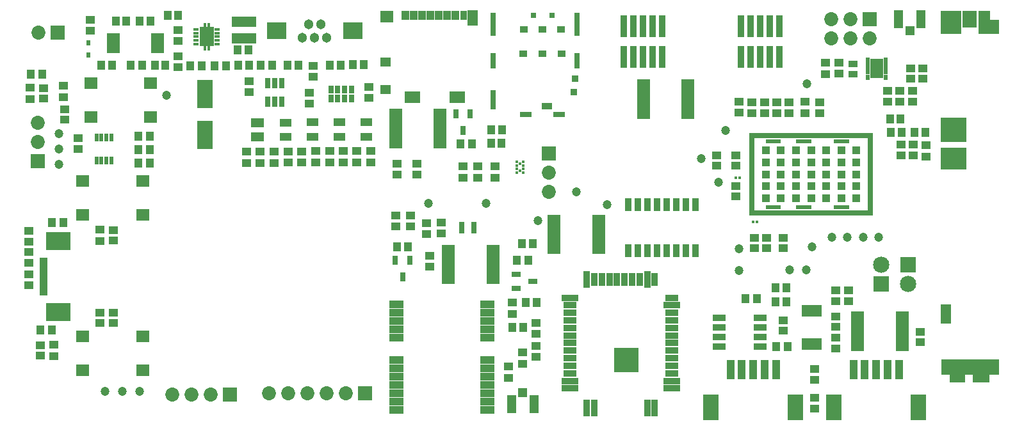
<source format=gts>
G04*
G04 #@! TF.GenerationSoftware,Altium Limited,Altium Designer,21.6.4 (81)*
G04*
G04 Layer_Color=8388736*
%FSLAX44Y44*%
%MOMM*%
G71*
G04*
G04 #@! TF.SameCoordinates,E4B945DB-FB87-47C5-857E-45FB9DAC6770*
G04*
G04*
G04 #@! TF.FilePolarity,Negative*
G04*
G01*
G75*
%ADD91R,1.1532X1.1032*%
%ADD92R,0.8032X0.4432*%
%ADD93R,1.8532X2.6032*%
%ADD94R,0.4532X0.8032*%
%ADD95R,1.1032X1.1532*%
%ADD96C,0.4532*%
%ADD97R,0.5032X0.7432*%
%ADD98R,1.2532X0.8032*%
%ADD99R,0.7432X0.5032*%
%ADD100C,1.2032*%
%ADD101R,1.6782X0.6532*%
%ADD102R,0.7032X1.0032*%
%ADD103R,1.9842X1.0032*%
%ADD104R,1.9842X1.0032*%
%ADD105R,0.9532X1.8032*%
%ADD106R,0.9432X2.9982*%
%ADD107R,0.9832X1.1932*%
%ADD108R,1.1932X0.9832*%
%ADD109R,1.7532X0.9482*%
%ADD110R,1.7532X0.8732*%
%ADD111R,0.6282X0.7182*%
%ADD112R,0.6282X0.4782*%
%ADD113R,1.1032X0.9032*%
%ADD114R,0.9032X0.9032*%
%ADD115R,1.4032X0.8532*%
%ADD116R,0.6532X3.1032*%
%ADD117R,0.6532X2.1032*%
%ADD118R,0.9532X0.9032*%
%ADD119R,1.6032X0.7032*%
%ADD120R,0.6532X2.6032*%
%ADD121R,0.8032X0.8032*%
%ADD122R,1.0032X1.0032*%
%ADD123R,0.5032X0.5032*%
%ADD124R,0.7432X0.7432*%
%ADD125R,0.8032X1.2532*%
%ADD126R,3.2032X3.2332*%
%ADD127R,0.9032X2.2032*%
%ADD128R,2.2032X0.9032*%
%ADD129R,1.7032X0.9032*%
%ADD130R,0.9032X1.7032*%
%ADD131R,0.4572X0.4572*%
%ADD132R,1.2032X1.2532*%
%ADD133R,1.2532X2.4032*%
%ADD134R,1.7532X1.5532*%
%ADD135R,1.4032X1.2032*%
%ADD136R,2.1032X1.5532*%
%ADD137R,1.3732X2.0032*%
%ADD138R,0.9532X1.3032*%
%ADD139R,1.0532X1.3032*%
%ADD140R,1.7532X1.5032*%
%ADD141R,1.0032X0.5032*%
%ADD142R,3.2532X2.4032*%
%ADD143R,1.7282X0.8532*%
%ADD144R,3.4032X3.3032*%
%ADD145R,3.4032X2.9332*%
%ADD146R,7.7032X2.0032*%
%ADD147R,1.4032X2.6032*%
%ADD148R,2.7032X1.8532*%
%ADD149R,1.9032X2.3032*%
%ADD150R,2.7032X3.1032*%
%ADD151R,1.6032X1.4532*%
%ADD152R,2.1532X1.3032*%
%ADD153R,2.2032X1.3032*%
%ADD154R,2.6032X2.2032*%
%ADD155R,1.2032X0.8782*%
%ADD156R,2.0532X3.7032*%
%ADD157R,1.6032X1.1032*%
%ADD158R,0.6532X1.6282*%
%ADD159R,0.6232X0.7632*%
%ADD160R,3.2532X1.3432*%
%ADD161R,0.6732X0.5032*%
%ADD162R,0.5532X1.0532*%
%ADD163R,1.0032X2.6032*%
%ADD164R,2.0032X3.5032*%
%ADD165R,0.8032X1.4032*%
%ADD166R,1.6532X1.1532*%
%ADD167C,1.8532*%
%ADD168R,1.8532X1.8532*%
%ADD169R,1.8532X1.8532*%
%ADD170C,1.3032*%
%ADD171R,2.1532X2.1532*%
%ADD172C,2.1532*%
D91*
X212090Y507193D02*
D03*
Y522193D02*
D03*
X648970Y76302D02*
D03*
Y61302D02*
D03*
X1183705Y441840D02*
D03*
Y426840D02*
D03*
X686063Y104020D02*
D03*
Y89020D02*
D03*
X1201420Y369570D02*
D03*
Y354570D02*
D03*
X654050Y161170D02*
D03*
Y146170D02*
D03*
X1060450Y426600D02*
D03*
Y411600D02*
D03*
X1041400Y411720D02*
D03*
Y426720D02*
D03*
X970813Y426480D02*
D03*
Y411480D02*
D03*
X1068403Y463790D02*
D03*
Y478790D02*
D03*
X1086445Y478910D02*
D03*
Y463910D02*
D03*
X48260Y105170D02*
D03*
Y90170D02*
D03*
X109542Y242690D02*
D03*
Y257690D02*
D03*
X448835Y361545D02*
D03*
Y346545D02*
D03*
X412750Y346830D02*
D03*
Y361830D02*
D03*
X339090Y361098D02*
D03*
Y346098D02*
D03*
X375920Y346348D02*
D03*
Y361348D02*
D03*
X303005Y361098D02*
D03*
Y346098D02*
D03*
X589280Y326510D02*
D03*
Y341510D02*
D03*
X608330D02*
D03*
Y326510D02*
D03*
X631190D02*
D03*
Y341510D02*
D03*
X386080Y424300D02*
D03*
Y439300D02*
D03*
X464820Y446920D02*
D03*
Y431920D02*
D03*
X391160Y474860D02*
D03*
Y459860D02*
D03*
X668020Y80130D02*
D03*
Y95130D02*
D03*
X541020Y251580D02*
D03*
Y266580D02*
D03*
X519430Y261740D02*
D03*
Y276740D02*
D03*
X500380D02*
D03*
Y261740D02*
D03*
X528320Y330320D02*
D03*
Y345320D02*
D03*
X501650D02*
D03*
Y330320D02*
D03*
X96520Y535820D02*
D03*
Y520820D02*
D03*
X60960Y433190D02*
D03*
Y448190D02*
D03*
X16510Y445770D02*
D03*
Y430770D02*
D03*
X1054100Y35440D02*
D03*
Y20440D02*
D03*
X466878Y361545D02*
D03*
Y346545D02*
D03*
X1054100Y58420D02*
D03*
Y73420D02*
D03*
X430793Y346545D02*
D03*
Y361545D02*
D03*
X394182D02*
D03*
Y346545D02*
D03*
X357877Y346347D02*
D03*
Y361347D02*
D03*
X321047Y361097D02*
D03*
Y346097D02*
D03*
D92*
X264142Y503080D02*
D03*
Y508080D02*
D03*
Y513080D02*
D03*
Y518080D02*
D03*
Y523080D02*
D03*
X236141D02*
D03*
Y518080D02*
D03*
Y513080D02*
D03*
Y508080D02*
D03*
Y503080D02*
D03*
D93*
X250142Y513080D02*
D03*
D94*
X247642Y498580D02*
D03*
X252642D02*
D03*
X247642Y527580D02*
D03*
X252642D02*
D03*
D95*
X666870Y238760D02*
D03*
X681870D02*
D03*
X660640Y217375D02*
D03*
X60840Y266700D02*
D03*
X45840D02*
D03*
X1154550Y386080D02*
D03*
X1169550D02*
D03*
X427870Y474980D02*
D03*
X412870D02*
D03*
X175020Y345440D02*
D03*
X160020D02*
D03*
X160140Y363483D02*
D03*
X175140D02*
D03*
Y381525D02*
D03*
X160140D02*
D03*
X669170Y128270D02*
D03*
X654170D02*
D03*
X501770Y235033D02*
D03*
X516770D02*
D03*
X45720Y124460D02*
D03*
X30720D02*
D03*
X600710Y370840D02*
D03*
X585710D02*
D03*
X243633Y474787D02*
D03*
X228633D02*
D03*
X260675D02*
D03*
X275675D02*
D03*
X149860Y475443D02*
D03*
X164860D02*
D03*
X125610Y474992D02*
D03*
X110610D02*
D03*
X176290Y533863D02*
D03*
X161290D02*
D03*
X17900Y463550D02*
D03*
X32900D02*
D03*
X962660Y166370D02*
D03*
X977660D02*
D03*
X371990Y474980D02*
D03*
X356990D02*
D03*
X321512D02*
D03*
X336512D02*
D03*
X1017150Y162297D02*
D03*
X1002150D02*
D03*
X1017030Y180340D02*
D03*
X1002030D02*
D03*
X1018420Y102870D02*
D03*
X1003420D02*
D03*
X671950Y161290D02*
D03*
X686950D02*
D03*
X675640Y217375D02*
D03*
D96*
X669153Y347820D02*
D03*
Y342820D02*
D03*
Y337820D02*
D03*
Y332820D02*
D03*
X664802Y345320D02*
D03*
Y335320D02*
D03*
X660452Y347820D02*
D03*
Y342820D02*
D03*
Y337820D02*
D03*
Y332820D02*
D03*
D97*
X1051869Y382160D02*
D03*
X976869D02*
D03*
X981869D02*
D03*
X986869D02*
D03*
X991869D02*
D03*
X996869D02*
D03*
X1001869D02*
D03*
X1006869D02*
D03*
X1011869D02*
D03*
X1016869D02*
D03*
X1021869D02*
D03*
X1026869D02*
D03*
X1031869D02*
D03*
X1036869D02*
D03*
X1041869D02*
D03*
X1046869D02*
D03*
X1056869D02*
D03*
X1061869D02*
D03*
X1066869D02*
D03*
X1071869D02*
D03*
X1076869D02*
D03*
X1081869D02*
D03*
X1086869D02*
D03*
X1091869D02*
D03*
X1096869D02*
D03*
X1101869D02*
D03*
X1106869D02*
D03*
X1111869D02*
D03*
X1116869D02*
D03*
X1121869D02*
D03*
Y279760D02*
D03*
X1116869D02*
D03*
X1111869D02*
D03*
X1106869D02*
D03*
X1101869D02*
D03*
X1096869D02*
D03*
X1091869D02*
D03*
X1086869D02*
D03*
X1081869D02*
D03*
X1076869D02*
D03*
X1071869D02*
D03*
X1066869D02*
D03*
X1061869D02*
D03*
X1056869D02*
D03*
X1051869D02*
D03*
X1046869D02*
D03*
X1041869D02*
D03*
X1036869D02*
D03*
X1031869D02*
D03*
X1026869D02*
D03*
X1021869D02*
D03*
X1016869D02*
D03*
X1011869D02*
D03*
X1006869D02*
D03*
X1001869D02*
D03*
X996869D02*
D03*
X991869D02*
D03*
X986869D02*
D03*
X981869D02*
D03*
X976869D02*
D03*
D98*
X659560Y198833D02*
D03*
Y179832D02*
D03*
X681560Y189333D02*
D03*
D99*
X970668Y375960D02*
D03*
X1128068D02*
D03*
Y370960D02*
D03*
Y365960D02*
D03*
Y360960D02*
D03*
Y355960D02*
D03*
Y350960D02*
D03*
Y345960D02*
D03*
Y340960D02*
D03*
Y335960D02*
D03*
Y330960D02*
D03*
Y325960D02*
D03*
Y320960D02*
D03*
Y315960D02*
D03*
Y310960D02*
D03*
Y305960D02*
D03*
Y300960D02*
D03*
Y295960D02*
D03*
Y290960D02*
D03*
Y285960D02*
D03*
X970668D02*
D03*
Y290960D02*
D03*
Y295960D02*
D03*
Y300960D02*
D03*
Y305960D02*
D03*
Y310960D02*
D03*
Y315960D02*
D03*
Y320960D02*
D03*
Y325960D02*
D03*
Y330960D02*
D03*
Y335960D02*
D03*
Y340960D02*
D03*
Y345960D02*
D03*
Y350960D02*
D03*
Y355960D02*
D03*
Y360960D02*
D03*
Y365960D02*
D03*
Y370960D02*
D03*
D100*
X904240Y351790D02*
D03*
X953770Y203200D02*
D03*
X1097280Y247650D02*
D03*
X1077059Y247735D02*
D03*
X1118351D02*
D03*
X1043940Y451027D02*
D03*
X1021080Y204470D02*
D03*
X1042670D02*
D03*
X54610Y384810D02*
D03*
Y364490D02*
D03*
X161290Y43180D02*
D03*
X54610Y343937D02*
D03*
X935990Y388620D02*
D03*
X953770Y232410D02*
D03*
X927100Y320040D02*
D03*
X138430Y43180D02*
D03*
X115570D02*
D03*
X688340Y269240D02*
D03*
X779780Y290830D02*
D03*
X619760Y292100D02*
D03*
X543560D02*
D03*
X1050290Y234950D02*
D03*
X1139073Y247801D02*
D03*
X196850Y435610D02*
D03*
X739140Y307340D02*
D03*
D101*
X768520Y228710D02*
D03*
Y267710D02*
D03*
X709760Y274210D02*
D03*
X500108Y414025D02*
D03*
Y407525D02*
D03*
Y401025D02*
D03*
Y394525D02*
D03*
Y388025D02*
D03*
Y381525D02*
D03*
Y375025D02*
D03*
Y368525D02*
D03*
X558868D02*
D03*
Y375025D02*
D03*
Y381525D02*
D03*
Y388025D02*
D03*
Y394525D02*
D03*
Y401025D02*
D03*
Y407525D02*
D03*
Y414025D02*
D03*
X709760Y228710D02*
D03*
Y235210D02*
D03*
Y241710D02*
D03*
Y248210D02*
D03*
Y254710D02*
D03*
Y261210D02*
D03*
Y267710D02*
D03*
X768520Y274210D02*
D03*
Y261210D02*
D03*
Y254710D02*
D03*
Y248210D02*
D03*
Y241710D02*
D03*
Y235210D02*
D03*
X628820Y188737D02*
D03*
Y195238D02*
D03*
Y201737D02*
D03*
Y208237D02*
D03*
Y214738D02*
D03*
Y221238D02*
D03*
Y227737D02*
D03*
Y234237D02*
D03*
X570060D02*
D03*
Y227737D02*
D03*
Y221238D02*
D03*
Y214738D02*
D03*
Y208237D02*
D03*
Y201737D02*
D03*
Y195238D02*
D03*
Y188737D02*
D03*
X886630Y407780D02*
D03*
Y414280D02*
D03*
Y420780D02*
D03*
Y427280D02*
D03*
Y433780D02*
D03*
Y440280D02*
D03*
Y446780D02*
D03*
Y453280D02*
D03*
X827870D02*
D03*
Y446780D02*
D03*
Y440280D02*
D03*
Y433780D02*
D03*
Y427280D02*
D03*
Y420780D02*
D03*
Y414280D02*
D03*
Y407780D02*
D03*
X1111080Y145940D02*
D03*
Y139440D02*
D03*
Y132940D02*
D03*
Y126440D02*
D03*
Y119940D02*
D03*
Y113440D02*
D03*
Y106940D02*
D03*
Y100440D02*
D03*
X1169840D02*
D03*
Y106940D02*
D03*
Y113440D02*
D03*
Y119940D02*
D03*
Y126440D02*
D03*
Y132940D02*
D03*
Y139440D02*
D03*
Y145940D02*
D03*
X126830Y514538D02*
D03*
Y508038D02*
D03*
Y501538D02*
D03*
Y495038D02*
D03*
X185590D02*
D03*
Y501538D02*
D03*
Y508038D02*
D03*
Y514538D02*
D03*
D102*
X414490Y431165D02*
D03*
X423490D02*
D03*
X432490D02*
D03*
X441490D02*
D03*
Y443165D02*
D03*
X432490D02*
D03*
X423490D02*
D03*
X414490D02*
D03*
D103*
X501162Y158945D02*
D03*
Y147945D02*
D03*
Y136945D02*
D03*
Y125945D02*
D03*
Y114945D02*
D03*
Y84945D02*
D03*
Y73945D02*
D03*
Y62945D02*
D03*
Y51945D02*
D03*
Y40945D02*
D03*
Y29945D02*
D03*
Y18945D02*
D03*
X621192D02*
D03*
Y29945D02*
D03*
Y40945D02*
D03*
Y147945D02*
D03*
Y136945D02*
D03*
Y125945D02*
D03*
Y114945D02*
D03*
Y84945D02*
D03*
Y73945D02*
D03*
Y62945D02*
D03*
Y51945D02*
D03*
D104*
Y158945D02*
D03*
D105*
X807720Y290850D02*
D03*
X820420D02*
D03*
X833120D02*
D03*
X845820D02*
D03*
X858520D02*
D03*
X871220D02*
D03*
X883920D02*
D03*
X896620D02*
D03*
Y229850D02*
D03*
X883920D02*
D03*
X871220D02*
D03*
X858520D02*
D03*
X845820D02*
D03*
X833120D02*
D03*
X820420D02*
D03*
X807720D02*
D03*
D106*
X956310Y486410D02*
D03*
Y527070D02*
D03*
X969010Y486410D02*
D03*
Y527070D02*
D03*
X981710Y486410D02*
D03*
Y527070D02*
D03*
X994410Y486410D02*
D03*
Y527070D02*
D03*
X1007110Y486410D02*
D03*
Y527070D02*
D03*
X852170Y527060D02*
D03*
Y486400D02*
D03*
X839470Y527060D02*
D03*
Y486400D02*
D03*
X826770Y527060D02*
D03*
Y486400D02*
D03*
X814070Y527060D02*
D03*
Y486400D02*
D03*
X801370Y527060D02*
D03*
Y486400D02*
D03*
D107*
X1167780Y403860D02*
D03*
X1153780D02*
D03*
X640730Y389890D02*
D03*
X626730D02*
D03*
X130160Y533863D02*
D03*
X144160D02*
D03*
X181580Y475443D02*
D03*
X195580D02*
D03*
X212740Y541020D02*
D03*
X198740D02*
D03*
X305450Y495300D02*
D03*
X291450D02*
D03*
X292070Y474980D02*
D03*
X306070D02*
D03*
X1200180Y386080D02*
D03*
X1186180D02*
D03*
X640080Y372110D02*
D03*
X626080D02*
D03*
X457850Y476250D02*
D03*
X443850D02*
D03*
D108*
X1150620Y441340D02*
D03*
Y427340D02*
D03*
X1166663D02*
D03*
Y441340D02*
D03*
X1181100Y471283D02*
D03*
Y457282D02*
D03*
X949960Y342250D02*
D03*
Y356250D02*
D03*
X924560D02*
D03*
Y342250D02*
D03*
X949960Y301610D02*
D03*
Y315610D02*
D03*
X990600Y233030D02*
D03*
Y247030D02*
D03*
X974090D02*
D03*
Y233030D02*
D03*
X1012190Y247030D02*
D03*
Y233030D02*
D03*
X1019940Y412100D02*
D03*
Y426100D02*
D03*
X1003898D02*
D03*
Y412100D02*
D03*
X987855Y426100D02*
D03*
Y412100D02*
D03*
X953770Y426750D02*
D03*
Y412750D02*
D03*
X1012190Y137810D02*
D03*
Y123810D02*
D03*
X1082040Y177180D02*
D03*
Y163180D02*
D03*
X1098550D02*
D03*
Y177180D02*
D03*
X1082040Y100300D02*
D03*
Y114300D02*
D03*
Y142890D02*
D03*
Y128890D02*
D03*
X1193800Y108570D02*
D03*
Y122570D02*
D03*
X34290Y445150D02*
D03*
Y431150D02*
D03*
X62230Y403210D02*
D03*
Y417210D02*
D03*
X212090Y472873D02*
D03*
Y486873D02*
D03*
X15240Y184150D02*
D03*
Y198150D02*
D03*
X109220Y134042D02*
D03*
Y148041D02*
D03*
X127000Y147970D02*
D03*
Y133970D02*
D03*
X544830Y208900D02*
D03*
Y222900D02*
D03*
X560070Y252700D02*
D03*
Y266700D02*
D03*
X1197143Y471283D02*
D03*
Y457282D02*
D03*
X685800Y120000D02*
D03*
Y134000D02*
D03*
X80010Y378460D02*
D03*
Y364460D02*
D03*
X1183975Y370137D02*
D03*
Y356137D02*
D03*
X1167933Y356137D02*
D03*
Y370137D02*
D03*
X127000Y257190D02*
D03*
Y243190D02*
D03*
X30480Y90790D02*
D03*
Y104790D02*
D03*
X306070Y454040D02*
D03*
Y440040D02*
D03*
X15240Y241920D02*
D03*
Y255920D02*
D03*
Y213980D02*
D03*
Y227980D02*
D03*
D109*
X1136280Y479860D02*
D03*
Y462310D02*
D03*
D110*
Y471090D02*
D03*
D111*
X1124400Y459660D02*
D03*
Y482520D02*
D03*
X1148160D02*
D03*
Y459660D02*
D03*
D112*
X1124400Y466090D02*
D03*
Y471090D02*
D03*
Y476090D02*
D03*
X1148160D02*
D03*
Y466090D02*
D03*
Y471090D02*
D03*
D113*
X669930Y522580D02*
D03*
X694330D02*
D03*
X718730D02*
D03*
X668930Y490880D02*
D03*
X694330D02*
D03*
X719730D02*
D03*
D114*
X737030Y457580D02*
D03*
D115*
X699830Y420830D02*
D03*
D116*
X740280Y529580D02*
D03*
X628780D02*
D03*
D117*
X740280Y481080D02*
D03*
X628780D02*
D03*
D118*
X735280Y439580D02*
D03*
D119*
X716330Y410080D02*
D03*
X672330D02*
D03*
D120*
X628780Y429580D02*
D03*
D121*
X682130Y541080D02*
D03*
X706530D02*
D03*
D122*
X1109369Y298960D02*
D03*
X1089369D02*
D03*
X1069369D02*
D03*
X1049369D02*
D03*
X1029369D02*
D03*
X1009369D02*
D03*
X1109369Y314960D02*
D03*
X1089369D02*
D03*
X1069369D02*
D03*
X1049369D02*
D03*
X1029369D02*
D03*
X1009369D02*
D03*
X1109369Y330960D02*
D03*
X1089369D02*
D03*
X1069369D02*
D03*
X1049369D02*
D03*
X1029369D02*
D03*
X1009369D02*
D03*
X1109369Y346960D02*
D03*
X1089369D02*
D03*
X1069369D02*
D03*
X1049369D02*
D03*
X1029369D02*
D03*
X1009369D02*
D03*
X1109369Y362960D02*
D03*
X1089369D02*
D03*
X1069369D02*
D03*
X989369Y298960D02*
D03*
Y362960D02*
D03*
Y346960D02*
D03*
Y330960D02*
D03*
X1009369Y362960D02*
D03*
X1029369D02*
D03*
X1049369D02*
D03*
X989369Y314960D02*
D03*
D123*
X1096869Y287460D02*
D03*
X1091869D02*
D03*
X1086869D02*
D03*
X1081869D02*
D03*
X1046869D02*
D03*
X1041869D02*
D03*
X1036869D02*
D03*
X1031869D02*
D03*
X991869D02*
D03*
X996869D02*
D03*
X1001869D02*
D03*
X1006869D02*
D03*
X1096869Y374460D02*
D03*
X1091869D02*
D03*
X1086869D02*
D03*
X1081869D02*
D03*
X1046869D02*
D03*
X1041869D02*
D03*
X1036869D02*
D03*
X1031869D02*
D03*
X991869D02*
D03*
X996869D02*
D03*
X1001869D02*
D03*
X1006869D02*
D03*
D124*
X1128068Y382160D02*
D03*
Y279760D02*
D03*
X970668D02*
D03*
Y382160D02*
D03*
D125*
X598780Y411133D02*
D03*
X579780D02*
D03*
X589280Y389133D02*
D03*
X518770Y216740D02*
D03*
X499770D02*
D03*
X509270Y194740D02*
D03*
D126*
X804678Y84980D02*
D03*
D127*
X842678Y21680D02*
D03*
X832678D02*
D03*
X762678D02*
D03*
X752678D02*
D03*
Y191680D02*
D03*
X832678D02*
D03*
D128*
X730177Y47480D02*
D03*
Y57480D02*
D03*
Y167480D02*
D03*
X865177Y157480D02*
D03*
Y57480D02*
D03*
Y47480D02*
D03*
D129*
X730177Y67480D02*
D03*
Y77480D02*
D03*
Y87480D02*
D03*
Y97480D02*
D03*
Y107480D02*
D03*
Y117480D02*
D03*
Y127480D02*
D03*
Y137480D02*
D03*
Y147480D02*
D03*
Y157480D02*
D03*
X865177Y167480D02*
D03*
Y147480D02*
D03*
Y137480D02*
D03*
Y127480D02*
D03*
Y117480D02*
D03*
Y107480D02*
D03*
Y97480D02*
D03*
Y87480D02*
D03*
Y77480D02*
D03*
Y67480D02*
D03*
D130*
X762678Y191680D02*
D03*
X772678D02*
D03*
X782678D02*
D03*
X792678D02*
D03*
X802678D02*
D03*
X812678D02*
D03*
X822678D02*
D03*
X842678D02*
D03*
D131*
X955040Y326390D02*
D03*
X949960D02*
D03*
X972820Y267970D02*
D03*
X977900D02*
D03*
D132*
X1179830Y520690D02*
D03*
X668020Y41920D02*
D03*
D133*
X1165080Y535940D02*
D03*
X1194580D02*
D03*
X653270Y26670D02*
D03*
X682770D02*
D03*
D134*
X488720Y540070D02*
D03*
D135*
X486970Y479820D02*
D03*
Y442820D02*
D03*
D136*
X521970Y433070D02*
D03*
X581670D02*
D03*
D137*
X601920Y537820D02*
D03*
D138*
X589820Y541320D02*
D03*
D139*
X579320D02*
D03*
X568320D02*
D03*
X557320D02*
D03*
X546320D02*
D03*
X535320D02*
D03*
X524320D02*
D03*
X513320D02*
D03*
D140*
X165480Y71480D02*
D03*
X85980D02*
D03*
X165480Y116480D02*
D03*
X85980D02*
D03*
X96862Y451760D02*
D03*
X176362D02*
D03*
X96862Y406760D02*
D03*
X176362D02*
D03*
X85980Y322220D02*
D03*
X165480D02*
D03*
X85980Y277220D02*
D03*
X165480D02*
D03*
D141*
X34689Y173280D02*
D03*
Y178280D02*
D03*
Y183280D02*
D03*
Y188280D02*
D03*
Y193280D02*
D03*
Y198280D02*
D03*
Y203280D02*
D03*
Y208280D02*
D03*
Y213280D02*
D03*
Y218280D02*
D03*
D142*
X53939Y148780D02*
D03*
Y242780D02*
D03*
D143*
X927920Y140970D02*
D03*
Y128270D02*
D03*
Y115570D02*
D03*
Y102870D02*
D03*
X982160D02*
D03*
Y115570D02*
D03*
Y128270D02*
D03*
Y140970D02*
D03*
D144*
X1237370Y390030D02*
D03*
D145*
Y351880D02*
D03*
D146*
X1259870Y75530D02*
D03*
D147*
X1227470Y146030D02*
D03*
D148*
X1283970Y525780D02*
D03*
D149*
X1258970Y536030D02*
D03*
D150*
X1233970Y532030D02*
D03*
D151*
X1278470Y540280D02*
D03*
D152*
X1243120Y61030D02*
D03*
D153*
X1274370D02*
D03*
D154*
X443440Y520810D02*
D03*
X342440D02*
D03*
D155*
X1104488Y463550D02*
D03*
Y476790D02*
D03*
D156*
X247650Y437210D02*
D03*
Y383210D02*
D03*
D157*
X461010Y399588D02*
D03*
Y380588D02*
D03*
X425450Y399873D02*
D03*
Y380873D02*
D03*
X354330Y399390D02*
D03*
Y380390D02*
D03*
X389890Y399873D02*
D03*
Y380873D02*
D03*
D158*
X1040540Y150390D02*
D03*
X1047040D02*
D03*
X1053540D02*
D03*
X1060040D02*
D03*
Y106150D02*
D03*
X1053540D02*
D03*
X1047040D02*
D03*
X1040540D02*
D03*
D159*
X93980Y488570D02*
D03*
Y504570D02*
D03*
D160*
X299720Y511308D02*
D03*
Y532909D02*
D03*
D161*
X587280Y255350D02*
D03*
Y260350D02*
D03*
Y265350D02*
D03*
X603980D02*
D03*
Y260350D02*
D03*
Y255350D02*
D03*
D162*
X124050Y379990D02*
D03*
X117550D02*
D03*
X111050D02*
D03*
X104550D02*
D03*
Y348990D02*
D03*
X111050D02*
D03*
X117550D02*
D03*
X124050D02*
D03*
D163*
X1002820Y72640D02*
D03*
X987820D02*
D03*
X972820D02*
D03*
X957820D02*
D03*
X942820D02*
D03*
X1165428D02*
D03*
X1150428D02*
D03*
X1135428D02*
D03*
X1120427D02*
D03*
X1105428D02*
D03*
D164*
X1028820Y22140D02*
D03*
X916820D02*
D03*
X1191428D02*
D03*
X1079428D02*
D03*
D165*
X330860Y426920D02*
D03*
X340360D02*
D03*
X349860D02*
D03*
Y451920D02*
D03*
X340360D02*
D03*
X330860D02*
D03*
D166*
X317500Y380390D02*
D03*
Y399390D02*
D03*
D167*
X1076103Y510540D02*
D03*
X26577Y398780D02*
D03*
Y373380D02*
D03*
X1126902Y510540D02*
D03*
X1101503Y535940D02*
D03*
Y510540D02*
D03*
X1076103Y535940D02*
D03*
X27940Y518160D02*
D03*
X702310Y332740D02*
D03*
Y307340D02*
D03*
X434340Y40640D02*
D03*
X408940D02*
D03*
X383540D02*
D03*
X358140D02*
D03*
X332740D02*
D03*
X255270Y39370D02*
D03*
X229870D02*
D03*
X204470D02*
D03*
D168*
X1126902Y535940D02*
D03*
X53340Y518160D02*
D03*
X459740Y40640D02*
D03*
X280670Y39370D02*
D03*
D169*
X26577Y347980D02*
D03*
X702310Y358140D02*
D03*
D170*
X408940Y511810D02*
D03*
X400940Y529810D02*
D03*
X392940Y511810D02*
D03*
X384940Y529810D02*
D03*
X376940Y511810D02*
D03*
D171*
X1141730Y185420D02*
D03*
X1177290Y210820D02*
D03*
D172*
X1141730D02*
D03*
X1177290Y185420D02*
D03*
M02*

</source>
